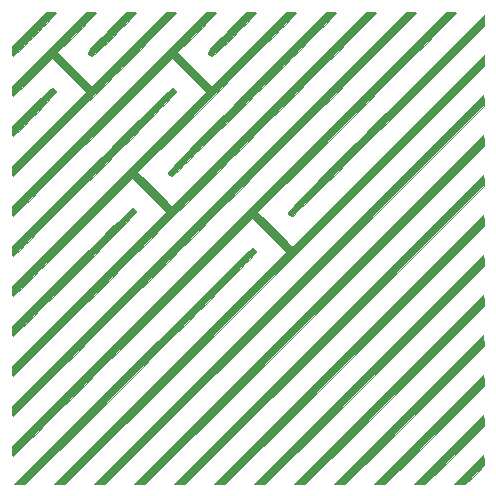
<source format=gbr>
G04 #@! TF.GenerationSoftware,KiCad,Pcbnew,(5.1.4)-1*
G04 #@! TF.CreationDate,2019-10-10T18:52:02+02:00*
G04 #@! TF.ProjectId,SideRight,53696465-5269-4676-9874-2e6b69636164,rev?*
G04 #@! TF.SameCoordinates,Original*
G04 #@! TF.FileFunction,Legend,Top*
G04 #@! TF.FilePolarity,Positive*
%FSLAX46Y46*%
G04 Gerber Fmt 4.6, Leading zero omitted, Abs format (unit mm)*
G04 Created by KiCad (PCBNEW (5.1.4)-1) date 2019-10-10 18:52:02*
%MOMM*%
%LPD*%
G04 APERTURE LIST*
%ADD10C,0.010000*%
G04 APERTURE END LIST*
D10*
G36*
X195510193Y-75030821D02*
G01*
X195654807Y-75061736D01*
X195677333Y-75082905D01*
X195618881Y-75166587D01*
X195455673Y-75348789D01*
X195205932Y-75611624D01*
X194887882Y-75937207D01*
X194519746Y-76307654D01*
X194119747Y-76705078D01*
X193706109Y-77111595D01*
X193297054Y-77509320D01*
X192910807Y-77880366D01*
X192565590Y-78206850D01*
X192279627Y-78470885D01*
X192071140Y-78654586D01*
X191958354Y-78740069D01*
X191947045Y-78744000D01*
X191774125Y-78687769D01*
X191714933Y-78642400D01*
X191624054Y-78478335D01*
X191613333Y-78408752D01*
X191671176Y-78316162D01*
X191834319Y-78121813D01*
X192087184Y-77842529D01*
X192414193Y-77495134D01*
X192799767Y-77096452D01*
X193228328Y-76663309D01*
X193243961Y-76647686D01*
X194874588Y-75018667D01*
X195275961Y-75018667D01*
X195510193Y-75030821D01*
X195510193Y-75030821D01*
G37*
X195510193Y-75030821D02*
X195654807Y-75061736D01*
X195677333Y-75082905D01*
X195618881Y-75166587D01*
X195455673Y-75348789D01*
X195205932Y-75611624D01*
X194887882Y-75937207D01*
X194519746Y-76307654D01*
X194119747Y-76705078D01*
X193706109Y-77111595D01*
X193297054Y-77509320D01*
X192910807Y-77880366D01*
X192565590Y-78206850D01*
X192279627Y-78470885D01*
X192071140Y-78654586D01*
X191958354Y-78740069D01*
X191947045Y-78744000D01*
X191774125Y-78687769D01*
X191714933Y-78642400D01*
X191624054Y-78478335D01*
X191613333Y-78408752D01*
X191671176Y-78316162D01*
X191834319Y-78121813D01*
X192087184Y-77842529D01*
X192414193Y-77495134D01*
X192799767Y-77096452D01*
X193228328Y-76663309D01*
X193243961Y-76647686D01*
X194874588Y-75018667D01*
X195275961Y-75018667D01*
X195510193Y-75030821D01*
G36*
X185350193Y-75030821D02*
G01*
X185494807Y-75061736D01*
X185517333Y-75082905D01*
X185458881Y-75166587D01*
X185295673Y-75348789D01*
X185045932Y-75611624D01*
X184727882Y-75937207D01*
X184359746Y-76307654D01*
X183959747Y-76705078D01*
X183546109Y-77111595D01*
X183137054Y-77509320D01*
X182750807Y-77880366D01*
X182405590Y-78206850D01*
X182119627Y-78470885D01*
X181911140Y-78654586D01*
X181798354Y-78740069D01*
X181787045Y-78744000D01*
X181614125Y-78687769D01*
X181554933Y-78642400D01*
X181464054Y-78478335D01*
X181453333Y-78408752D01*
X181511176Y-78316162D01*
X181674319Y-78121813D01*
X181927184Y-77842529D01*
X182254193Y-77495134D01*
X182639767Y-77096452D01*
X183068328Y-76663309D01*
X183083961Y-76647686D01*
X184714588Y-75018667D01*
X185115961Y-75018667D01*
X185350193Y-75030821D01*
X185350193Y-75030821D01*
G37*
X185350193Y-75030821D02*
X185494807Y-75061736D01*
X185517333Y-75082905D01*
X185458881Y-75166587D01*
X185295673Y-75348789D01*
X185045932Y-75611624D01*
X184727882Y-75937207D01*
X184359746Y-76307654D01*
X183959747Y-76705078D01*
X183546109Y-77111595D01*
X183137054Y-77509320D01*
X182750807Y-77880366D01*
X182405590Y-78206850D01*
X182119627Y-78470885D01*
X181911140Y-78654586D01*
X181798354Y-78740069D01*
X181787045Y-78744000D01*
X181614125Y-78687769D01*
X181554933Y-78642400D01*
X181464054Y-78478335D01*
X181453333Y-78408752D01*
X181511176Y-78316162D01*
X181674319Y-78121813D01*
X181927184Y-77842529D01*
X182254193Y-77495134D01*
X182639767Y-77096452D01*
X183068328Y-76663309D01*
X183083961Y-76647686D01*
X184714588Y-75018667D01*
X185115961Y-75018667D01*
X185350193Y-75030821D01*
G36*
X178576918Y-75030824D02*
G01*
X178721497Y-75061744D01*
X178744000Y-75082905D01*
X178686420Y-75157756D01*
X178525671Y-75332925D01*
X178279743Y-75590431D01*
X177966624Y-75912292D01*
X177604303Y-76280528D01*
X177210767Y-76677156D01*
X176804007Y-77084196D01*
X176402009Y-77483666D01*
X176022764Y-77857584D01*
X175684259Y-78187969D01*
X175404482Y-78456840D01*
X175201424Y-78646216D01*
X175093071Y-78738114D01*
X175081445Y-78744000D01*
X175044874Y-78668035D01*
X175022244Y-78474742D01*
X175018667Y-78340926D01*
X175018667Y-77937852D01*
X176480049Y-76478259D01*
X177941431Y-75018667D01*
X178342716Y-75018667D01*
X178576918Y-75030824D01*
X178576918Y-75030824D01*
G37*
X178576918Y-75030824D02*
X178721497Y-75061744D01*
X178744000Y-75082905D01*
X178686420Y-75157756D01*
X178525671Y-75332925D01*
X178279743Y-75590431D01*
X177966624Y-75912292D01*
X177604303Y-76280528D01*
X177210767Y-76677156D01*
X176804007Y-77084196D01*
X176402009Y-77483666D01*
X176022764Y-77857584D01*
X175684259Y-78187969D01*
X175404482Y-78456840D01*
X175201424Y-78646216D01*
X175093071Y-78738114D01*
X175081445Y-78744000D01*
X175044874Y-78668035D01*
X175022244Y-78474742D01*
X175018667Y-78340926D01*
X175018667Y-77937852D01*
X176480049Y-76478259D01*
X177941431Y-75018667D01*
X178342716Y-75018667D01*
X178576918Y-75030824D01*
G36*
X178605270Y-81526532D02*
G01*
X178729417Y-81700288D01*
X178744000Y-81788505D01*
X178686608Y-81873740D01*
X178526360Y-82059317D01*
X178281150Y-82327021D01*
X177968870Y-82658634D01*
X177607413Y-83035941D01*
X177214672Y-83440723D01*
X176808540Y-83854765D01*
X176406910Y-84259850D01*
X176027675Y-84637761D01*
X175688728Y-84970282D01*
X175407961Y-85239195D01*
X175203268Y-85426285D01*
X175092541Y-85513334D01*
X175081445Y-85517333D01*
X175044870Y-85441369D01*
X175022241Y-85248083D01*
X175018667Y-85114352D01*
X175018667Y-84711371D01*
X176649294Y-83082352D01*
X177083687Y-82653010D01*
X177484067Y-82266061D01*
X177833613Y-81937066D01*
X178115502Y-81681585D01*
X178312913Y-81515179D01*
X178409024Y-81453409D01*
X178410361Y-81453333D01*
X178605270Y-81526532D01*
X178605270Y-81526532D01*
G37*
X178605270Y-81526532D02*
X178729417Y-81700288D01*
X178744000Y-81788505D01*
X178686608Y-81873740D01*
X178526360Y-82059317D01*
X178281150Y-82327021D01*
X177968870Y-82658634D01*
X177607413Y-83035941D01*
X177214672Y-83440723D01*
X176808540Y-83854765D01*
X176406910Y-84259850D01*
X176027675Y-84637761D01*
X175688728Y-84970282D01*
X175407961Y-85239195D01*
X175203268Y-85426285D01*
X175092541Y-85513334D01*
X175081445Y-85517333D01*
X175044870Y-85441369D01*
X175022241Y-85248083D01*
X175018667Y-85114352D01*
X175018667Y-84711371D01*
X176649294Y-83082352D01*
X177083687Y-82653010D01*
X177484067Y-82266061D01*
X177833613Y-81937066D01*
X178115502Y-81681585D01*
X178312913Y-81515179D01*
X178409024Y-81453409D01*
X178410361Y-81453333D01*
X178605270Y-81526532D01*
G36*
X202282868Y-75030690D02*
G01*
X202427881Y-75061280D01*
X202450667Y-75082361D01*
X202391903Y-75154831D01*
X202221727Y-75337054D01*
X201949313Y-75619902D01*
X201583834Y-75994246D01*
X201134463Y-76450958D01*
X200610375Y-76980910D01*
X200020742Y-77574973D01*
X199374738Y-78224018D01*
X198681537Y-78918916D01*
X197950312Y-79650541D01*
X197190237Y-80409762D01*
X196410485Y-81187451D01*
X195620229Y-81974481D01*
X194828644Y-82761721D01*
X194044902Y-83540045D01*
X193278177Y-84300322D01*
X192537643Y-85033426D01*
X191832473Y-85730226D01*
X191171841Y-86381596D01*
X190564920Y-86978406D01*
X190020884Y-87511527D01*
X189548906Y-87971832D01*
X189158159Y-88350191D01*
X188857818Y-88637476D01*
X188657056Y-88824559D01*
X188565045Y-88902311D01*
X188560906Y-88904000D01*
X188387469Y-88847742D01*
X188328267Y-88802400D01*
X188237413Y-88638990D01*
X188226667Y-88569765D01*
X188285397Y-88493720D01*
X188456526Y-88305939D01*
X188732456Y-88014168D01*
X189105594Y-87626149D01*
X189568342Y-87149629D01*
X190113106Y-86592351D01*
X190732289Y-85962059D01*
X191418297Y-85266497D01*
X192163534Y-84513411D01*
X192960405Y-83710545D01*
X193801313Y-82865642D01*
X194678663Y-81986447D01*
X194936300Y-81728698D01*
X201645934Y-75018667D01*
X202048300Y-75018667D01*
X202282868Y-75030690D01*
X202282868Y-75030690D01*
G37*
X202282868Y-75030690D02*
X202427881Y-75061280D01*
X202450667Y-75082361D01*
X202391903Y-75154831D01*
X202221727Y-75337054D01*
X201949313Y-75619902D01*
X201583834Y-75994246D01*
X201134463Y-76450958D01*
X200610375Y-76980910D01*
X200020742Y-77574973D01*
X199374738Y-78224018D01*
X198681537Y-78918916D01*
X197950312Y-79650541D01*
X197190237Y-80409762D01*
X196410485Y-81187451D01*
X195620229Y-81974481D01*
X194828644Y-82761721D01*
X194044902Y-83540045D01*
X193278177Y-84300322D01*
X192537643Y-85033426D01*
X191832473Y-85730226D01*
X191171841Y-86381596D01*
X190564920Y-86978406D01*
X190020884Y-87511527D01*
X189548906Y-87971832D01*
X189158159Y-88350191D01*
X188857818Y-88637476D01*
X188657056Y-88824559D01*
X188565045Y-88902311D01*
X188560906Y-88904000D01*
X188387469Y-88847742D01*
X188328267Y-88802400D01*
X188237413Y-88638990D01*
X188226667Y-88569765D01*
X188285397Y-88493720D01*
X188456526Y-88305939D01*
X188732456Y-88014168D01*
X189105594Y-87626149D01*
X189568342Y-87149629D01*
X190113106Y-86592351D01*
X190732289Y-85962059D01*
X191418297Y-85266497D01*
X192163534Y-84513411D01*
X192960405Y-83710545D01*
X193801313Y-82865642D01*
X194678663Y-81986447D01*
X194936300Y-81728698D01*
X201645934Y-75018667D01*
X202048300Y-75018667D01*
X202282868Y-75030690D01*
G36*
X181963280Y-75030521D02*
G01*
X182108045Y-75060675D01*
X182130667Y-75081372D01*
X182073147Y-75155438D01*
X181910888Y-75332723D01*
X181659343Y-75597166D01*
X181333963Y-75932704D01*
X180950200Y-76323276D01*
X180523506Y-76752820D01*
X180501394Y-76774960D01*
X178872121Y-78405841D01*
X181791883Y-81325603D01*
X184946193Y-78172135D01*
X188100502Y-75018667D01*
X188502251Y-75018667D01*
X188736611Y-75030708D01*
X188881376Y-75061337D01*
X188904000Y-75082361D01*
X188845473Y-75150031D01*
X188675986Y-75327932D01*
X188404680Y-75606923D01*
X188040695Y-75977865D01*
X187593172Y-76431616D01*
X187071253Y-76959036D01*
X186484077Y-77550985D01*
X185840785Y-78198323D01*
X185150518Y-78891908D01*
X184422418Y-79622601D01*
X183665624Y-80381260D01*
X182889277Y-81158746D01*
X182102518Y-81945917D01*
X181314489Y-82733634D01*
X180534328Y-83512756D01*
X179771178Y-84274142D01*
X179034180Y-85008652D01*
X178332472Y-85707146D01*
X177675198Y-86360482D01*
X177071496Y-86959521D01*
X176530509Y-87495122D01*
X176061376Y-87958145D01*
X175673239Y-88339448D01*
X175375238Y-88629892D01*
X175176514Y-88820336D01*
X175086208Y-88901640D01*
X175081973Y-88904000D01*
X175045043Y-88828050D01*
X175022231Y-88634859D01*
X175018667Y-88502251D01*
X175018667Y-88100502D01*
X178172135Y-84946193D01*
X181325603Y-81791883D01*
X178405841Y-78872121D01*
X176774960Y-80501394D01*
X176343894Y-80929823D01*
X175950999Y-81316091D01*
X175612338Y-81644747D01*
X175343972Y-81900338D01*
X175161963Y-82067412D01*
X175082372Y-82130518D01*
X175081372Y-82130667D01*
X175044825Y-82054706D01*
X175022224Y-81861450D01*
X175018667Y-81728076D01*
X175018667Y-81325486D01*
X178172918Y-78172076D01*
X181327169Y-75018667D01*
X181728918Y-75018667D01*
X181963280Y-75030521D01*
X181963280Y-75030521D01*
G37*
X181963280Y-75030521D02*
X182108045Y-75060675D01*
X182130667Y-75081372D01*
X182073147Y-75155438D01*
X181910888Y-75332723D01*
X181659343Y-75597166D01*
X181333963Y-75932704D01*
X180950200Y-76323276D01*
X180523506Y-76752820D01*
X180501394Y-76774960D01*
X178872121Y-78405841D01*
X181791883Y-81325603D01*
X184946193Y-78172135D01*
X188100502Y-75018667D01*
X188502251Y-75018667D01*
X188736611Y-75030708D01*
X188881376Y-75061337D01*
X188904000Y-75082361D01*
X188845473Y-75150031D01*
X188675986Y-75327932D01*
X188404680Y-75606923D01*
X188040695Y-75977865D01*
X187593172Y-76431616D01*
X187071253Y-76959036D01*
X186484077Y-77550985D01*
X185840785Y-78198323D01*
X185150518Y-78891908D01*
X184422418Y-79622601D01*
X183665624Y-80381260D01*
X182889277Y-81158746D01*
X182102518Y-81945917D01*
X181314489Y-82733634D01*
X180534328Y-83512756D01*
X179771178Y-84274142D01*
X179034180Y-85008652D01*
X178332472Y-85707146D01*
X177675198Y-86360482D01*
X177071496Y-86959521D01*
X176530509Y-87495122D01*
X176061376Y-87958145D01*
X175673239Y-88339448D01*
X175375238Y-88629892D01*
X175176514Y-88820336D01*
X175086208Y-88901640D01*
X175081973Y-88904000D01*
X175045043Y-88828050D01*
X175022231Y-88634859D01*
X175018667Y-88502251D01*
X175018667Y-88100502D01*
X178172135Y-84946193D01*
X181325603Y-81791883D01*
X178405841Y-78872121D01*
X176774960Y-80501394D01*
X176343894Y-80929823D01*
X175950999Y-81316091D01*
X175612338Y-81644747D01*
X175343972Y-81900338D01*
X175161963Y-82067412D01*
X175082372Y-82130518D01*
X175081372Y-82130667D01*
X175044825Y-82054706D01*
X175022224Y-81861450D01*
X175018667Y-81728076D01*
X175018667Y-81325486D01*
X178172918Y-78172076D01*
X181327169Y-75018667D01*
X181728918Y-75018667D01*
X181963280Y-75030521D01*
G36*
X214981333Y-76161999D02*
G01*
X206916668Y-84226333D01*
X205942539Y-85199466D01*
X205000154Y-86139019D01*
X204096552Y-87038067D01*
X203238769Y-87889685D01*
X202433843Y-88686950D01*
X201688811Y-89422935D01*
X201010712Y-90090718D01*
X200406581Y-90683373D01*
X199883457Y-91193975D01*
X199448376Y-91615601D01*
X199108378Y-91941325D01*
X198870498Y-92164223D01*
X198741774Y-92277370D01*
X198720934Y-92290667D01*
X198547470Y-92234407D01*
X198488267Y-92189067D01*
X198397404Y-92025424D01*
X198386667Y-91956071D01*
X198445504Y-91881601D01*
X198617464Y-91694543D01*
X198895722Y-91401830D01*
X199273449Y-91010397D01*
X199743820Y-90527179D01*
X200300008Y-89959110D01*
X200935186Y-89313125D01*
X201642528Y-88596157D01*
X202415208Y-87815142D01*
X203246397Y-86977013D01*
X204129271Y-86088706D01*
X205057002Y-85157154D01*
X206022764Y-84189293D01*
X206684000Y-83527667D01*
X214981333Y-75230657D01*
X214981333Y-76161999D01*
X214981333Y-76161999D01*
G37*
X214981333Y-76161999D02*
X206916668Y-84226333D01*
X205942539Y-85199466D01*
X205000154Y-86139019D01*
X204096552Y-87038067D01*
X203238769Y-87889685D01*
X202433843Y-88686950D01*
X201688811Y-89422935D01*
X201010712Y-90090718D01*
X200406581Y-90683373D01*
X199883457Y-91193975D01*
X199448376Y-91615601D01*
X199108378Y-91941325D01*
X198870498Y-92164223D01*
X198741774Y-92277370D01*
X198720934Y-92290667D01*
X198547470Y-92234407D01*
X198488267Y-92189067D01*
X198397404Y-92025424D01*
X198386667Y-91956071D01*
X198445504Y-91881601D01*
X198617464Y-91694543D01*
X198895722Y-91401830D01*
X199273449Y-91010397D01*
X199743820Y-90527179D01*
X200300008Y-89959110D01*
X200935186Y-89313125D01*
X201642528Y-88596157D01*
X202415208Y-87815142D01*
X203246397Y-86977013D01*
X204129271Y-86088706D01*
X205057002Y-85157154D01*
X206022764Y-84189293D01*
X206684000Y-83527667D01*
X214981333Y-75230657D01*
X214981333Y-76161999D01*
G36*
X188765181Y-81526525D02*
G01*
X188889508Y-81700231D01*
X188904000Y-81787961D01*
X188845523Y-81860786D01*
X188676177Y-82043902D01*
X188405091Y-82328136D01*
X188041394Y-82704315D01*
X187594215Y-83163266D01*
X187072682Y-83695815D01*
X186485924Y-84292789D01*
X185843070Y-84945015D01*
X185153250Y-85643319D01*
X184425590Y-86378529D01*
X183669221Y-87141471D01*
X182893271Y-87922972D01*
X182106869Y-88713858D01*
X181319144Y-89504957D01*
X180539224Y-90287095D01*
X179776238Y-91051098D01*
X179039315Y-91787794D01*
X178337584Y-92488009D01*
X177680174Y-93142571D01*
X177076212Y-93742305D01*
X176534829Y-94278039D01*
X176065153Y-94740599D01*
X175676312Y-95120812D01*
X175377436Y-95409505D01*
X175177653Y-95597504D01*
X175086092Y-95675637D01*
X175081973Y-95677333D01*
X175045067Y-95601376D01*
X175022251Y-95408139D01*
X175018667Y-95274967D01*
X175018667Y-94872600D01*
X181728698Y-88162967D01*
X182616310Y-87276555D01*
X183471854Y-86424403D01*
X184287586Y-85614108D01*
X185055762Y-84853265D01*
X185768636Y-84149469D01*
X186418466Y-83510316D01*
X186997507Y-82943401D01*
X187498013Y-82456321D01*
X187912241Y-82056670D01*
X188232447Y-81752045D01*
X188450887Y-81550040D01*
X188559815Y-81458252D01*
X188569765Y-81453333D01*
X188765181Y-81526525D01*
X188765181Y-81526525D01*
G37*
X188765181Y-81526525D02*
X188889508Y-81700231D01*
X188904000Y-81787961D01*
X188845523Y-81860786D01*
X188676177Y-82043902D01*
X188405091Y-82328136D01*
X188041394Y-82704315D01*
X187594215Y-83163266D01*
X187072682Y-83695815D01*
X186485924Y-84292789D01*
X185843070Y-84945015D01*
X185153250Y-85643319D01*
X184425590Y-86378529D01*
X183669221Y-87141471D01*
X182893271Y-87922972D01*
X182106869Y-88713858D01*
X181319144Y-89504957D01*
X180539224Y-90287095D01*
X179776238Y-91051098D01*
X179039315Y-91787794D01*
X178337584Y-92488009D01*
X177680174Y-93142571D01*
X177076212Y-93742305D01*
X176534829Y-94278039D01*
X176065153Y-94740599D01*
X175676312Y-95120812D01*
X175377436Y-95409505D01*
X175177653Y-95597504D01*
X175086092Y-95675637D01*
X175081973Y-95677333D01*
X175045067Y-95601376D01*
X175022251Y-95408139D01*
X175018667Y-95274967D01*
X175018667Y-94872600D01*
X181728698Y-88162967D01*
X182616310Y-87276555D01*
X183471854Y-86424403D01*
X184287586Y-85614108D01*
X185055762Y-84853265D01*
X185768636Y-84149469D01*
X186418466Y-83510316D01*
X186997507Y-82943401D01*
X187498013Y-82456321D01*
X187912241Y-82056670D01*
X188232447Y-81752045D01*
X188450887Y-81550040D01*
X188559815Y-81458252D01*
X188569765Y-81453333D01*
X188765181Y-81526525D01*
G36*
X185378524Y-91686526D02*
G01*
X185502831Y-91860239D01*
X185517333Y-91948025D01*
X185459044Y-92022813D01*
X185291190Y-92206387D01*
X185024286Y-92488161D01*
X184668851Y-92857551D01*
X184235401Y-93303972D01*
X183734453Y-93816838D01*
X183176526Y-94385565D01*
X182572135Y-94999568D01*
X181931798Y-95648263D01*
X181266033Y-96321063D01*
X180585356Y-97007385D01*
X179900284Y-97696643D01*
X179221335Y-98378253D01*
X178559025Y-99041629D01*
X177923873Y-99676187D01*
X177326394Y-100271341D01*
X176777107Y-100816508D01*
X176286528Y-101301102D01*
X175865175Y-101714538D01*
X175523565Y-102046231D01*
X175272214Y-102285596D01*
X175121640Y-102422049D01*
X175081910Y-102450667D01*
X175045044Y-102374709D01*
X175022250Y-102181466D01*
X175018667Y-102048233D01*
X175018667Y-101645800D01*
X180035431Y-96629566D01*
X180801567Y-95865041D01*
X181535126Y-95135994D01*
X182227085Y-94451218D01*
X182868419Y-93819508D01*
X183450103Y-93249658D01*
X183963114Y-92750461D01*
X184398426Y-92330712D01*
X184747015Y-91999204D01*
X184999857Y-91764731D01*
X185147928Y-91636088D01*
X185183164Y-91613333D01*
X185378524Y-91686526D01*
X185378524Y-91686526D01*
G37*
X185378524Y-91686526D02*
X185502831Y-91860239D01*
X185517333Y-91948025D01*
X185459044Y-92022813D01*
X185291190Y-92206387D01*
X185024286Y-92488161D01*
X184668851Y-92857551D01*
X184235401Y-93303972D01*
X183734453Y-93816838D01*
X183176526Y-94385565D01*
X182572135Y-94999568D01*
X181931798Y-95648263D01*
X181266033Y-96321063D01*
X180585356Y-97007385D01*
X179900284Y-97696643D01*
X179221335Y-98378253D01*
X178559025Y-99041629D01*
X177923873Y-99676187D01*
X177326394Y-100271341D01*
X176777107Y-100816508D01*
X176286528Y-101301102D01*
X175865175Y-101714538D01*
X175523565Y-102046231D01*
X175272214Y-102285596D01*
X175121640Y-102422049D01*
X175081910Y-102450667D01*
X175045044Y-102374709D01*
X175022250Y-102181466D01*
X175018667Y-102048233D01*
X175018667Y-101645800D01*
X180035431Y-96629566D01*
X180801567Y-95865041D01*
X181535126Y-95135994D01*
X182227085Y-94451218D01*
X182868419Y-93819508D01*
X183450103Y-93249658D01*
X183963114Y-92750461D01*
X184398426Y-92330712D01*
X184747015Y-91999204D01*
X184999857Y-91764731D01*
X185147928Y-91636088D01*
X185183164Y-91613333D01*
X185378524Y-91686526D01*
G36*
X192123110Y-75030514D02*
G01*
X192267978Y-75060652D01*
X192290667Y-75081372D01*
X192233147Y-75155438D01*
X192070888Y-75332723D01*
X191819343Y-75597166D01*
X191493963Y-75932704D01*
X191110200Y-76323276D01*
X190683506Y-76752820D01*
X190661394Y-76774960D01*
X189032121Y-78405841D01*
X191951883Y-81325603D01*
X195106193Y-78172135D01*
X198260502Y-75018667D01*
X198662251Y-75018667D01*
X198896612Y-75030634D01*
X199041377Y-75061074D01*
X199064000Y-75081968D01*
X199005334Y-75148995D01*
X198834393Y-75327982D01*
X198558758Y-75611274D01*
X198186013Y-75991217D01*
X197723741Y-76460154D01*
X197179523Y-77010432D01*
X196560944Y-77634396D01*
X195875586Y-78324391D01*
X195131032Y-79072762D01*
X194334864Y-79871854D01*
X193494666Y-80714013D01*
X192618020Y-81591583D01*
X192354420Y-81855248D01*
X185644840Y-88565226D01*
X187105158Y-90025545D01*
X188565477Y-91485864D01*
X196799400Y-83252265D01*
X205033324Y-75018667D01*
X205435328Y-75018667D01*
X205669775Y-75030680D01*
X205814643Y-75061241D01*
X205837333Y-75082254D01*
X205778402Y-75147380D01*
X205605685Y-75325968D01*
X205325293Y-75611905D01*
X204943339Y-75999079D01*
X204465936Y-76481377D01*
X203899196Y-77052687D01*
X203249232Y-77706896D01*
X202522156Y-78437891D01*
X201724081Y-79239561D01*
X200861118Y-80105793D01*
X199939382Y-81030475D01*
X198964984Y-82007493D01*
X197944036Y-83030736D01*
X196882651Y-84094091D01*
X195786942Y-85191445D01*
X194663021Y-86316687D01*
X193517001Y-87463703D01*
X192354994Y-88626382D01*
X191183113Y-89798610D01*
X190007469Y-90974276D01*
X188834176Y-92147266D01*
X187669346Y-93311469D01*
X186519092Y-94460772D01*
X185389526Y-95589062D01*
X184286760Y-96690228D01*
X183216908Y-97758155D01*
X182186081Y-98786734D01*
X181200391Y-99769849D01*
X180265953Y-100701390D01*
X179388877Y-101575244D01*
X178575277Y-102385298D01*
X177831265Y-103125439D01*
X177162954Y-103789556D01*
X176576455Y-104371536D01*
X176077882Y-104865267D01*
X175673347Y-105264635D01*
X175368962Y-105563529D01*
X175170840Y-105755836D01*
X175085094Y-105835444D01*
X175082079Y-105837333D01*
X175045096Y-105761381D01*
X175022244Y-105568174D01*
X175018667Y-105435370D01*
X175018667Y-105033407D01*
X181558911Y-98492754D01*
X188099155Y-91952102D01*
X186638891Y-90491838D01*
X185178627Y-89031573D01*
X180161882Y-94047787D01*
X179397101Y-94811749D01*
X178666341Y-95540294D01*
X177978488Y-96224646D01*
X177342427Y-96856032D01*
X176767045Y-97425677D01*
X176261226Y-97924807D01*
X175833857Y-98344648D01*
X175493823Y-98676427D01*
X175250010Y-98911368D01*
X175111304Y-99040698D01*
X175081902Y-99064000D01*
X175045023Y-98988047D01*
X175022236Y-98794837D01*
X175018667Y-98661995D01*
X175018667Y-98259990D01*
X183252265Y-90026067D01*
X191485864Y-81792144D01*
X188565226Y-78871506D01*
X181855248Y-85581086D01*
X180968721Y-86467007D01*
X180115356Y-87318709D01*
X179302806Y-88128611D01*
X178538726Y-88889128D01*
X177830772Y-89592680D01*
X177186598Y-90231681D01*
X176613859Y-90798551D01*
X176120209Y-91285706D01*
X175713304Y-91685562D01*
X175400799Y-91990538D01*
X175190347Y-92193051D01*
X175089605Y-92285517D01*
X175081968Y-92290667D01*
X175045064Y-92214710D01*
X175022250Y-92021475D01*
X175018667Y-91888337D01*
X175018667Y-91486008D01*
X183252662Y-83252337D01*
X191486657Y-75018667D01*
X191888662Y-75018667D01*
X192123110Y-75030514D01*
X192123110Y-75030514D01*
G37*
X192123110Y-75030514D02*
X192267978Y-75060652D01*
X192290667Y-75081372D01*
X192233147Y-75155438D01*
X192070888Y-75332723D01*
X191819343Y-75597166D01*
X191493963Y-75932704D01*
X191110200Y-76323276D01*
X190683506Y-76752820D01*
X190661394Y-76774960D01*
X189032121Y-78405841D01*
X191951883Y-81325603D01*
X195106193Y-78172135D01*
X198260502Y-75018667D01*
X198662251Y-75018667D01*
X198896612Y-75030634D01*
X199041377Y-75061074D01*
X199064000Y-75081968D01*
X199005334Y-75148995D01*
X198834393Y-75327982D01*
X198558758Y-75611274D01*
X198186013Y-75991217D01*
X197723741Y-76460154D01*
X197179523Y-77010432D01*
X196560944Y-77634396D01*
X195875586Y-78324391D01*
X195131032Y-79072762D01*
X194334864Y-79871854D01*
X193494666Y-80714013D01*
X192618020Y-81591583D01*
X192354420Y-81855248D01*
X185644840Y-88565226D01*
X187105158Y-90025545D01*
X188565477Y-91485864D01*
X196799400Y-83252265D01*
X205033324Y-75018667D01*
X205435328Y-75018667D01*
X205669775Y-75030680D01*
X205814643Y-75061241D01*
X205837333Y-75082254D01*
X205778402Y-75147380D01*
X205605685Y-75325968D01*
X205325293Y-75611905D01*
X204943339Y-75999079D01*
X204465936Y-76481377D01*
X203899196Y-77052687D01*
X203249232Y-77706896D01*
X202522156Y-78437891D01*
X201724081Y-79239561D01*
X200861118Y-80105793D01*
X199939382Y-81030475D01*
X198964984Y-82007493D01*
X197944036Y-83030736D01*
X196882651Y-84094091D01*
X195786942Y-85191445D01*
X194663021Y-86316687D01*
X193517001Y-87463703D01*
X192354994Y-88626382D01*
X191183113Y-89798610D01*
X190007469Y-90974276D01*
X188834176Y-92147266D01*
X187669346Y-93311469D01*
X186519092Y-94460772D01*
X185389526Y-95589062D01*
X184286760Y-96690228D01*
X183216908Y-97758155D01*
X182186081Y-98786734D01*
X181200391Y-99769849D01*
X180265953Y-100701390D01*
X179388877Y-101575244D01*
X178575277Y-102385298D01*
X177831265Y-103125439D01*
X177162954Y-103789556D01*
X176576455Y-104371536D01*
X176077882Y-104865267D01*
X175673347Y-105264635D01*
X175368962Y-105563529D01*
X175170840Y-105755836D01*
X175085094Y-105835444D01*
X175082079Y-105837333D01*
X175045096Y-105761381D01*
X175022244Y-105568174D01*
X175018667Y-105435370D01*
X175018667Y-105033407D01*
X181558911Y-98492754D01*
X188099155Y-91952102D01*
X186638891Y-90491838D01*
X185178627Y-89031573D01*
X180161882Y-94047787D01*
X179397101Y-94811749D01*
X178666341Y-95540294D01*
X177978488Y-96224646D01*
X177342427Y-96856032D01*
X176767045Y-97425677D01*
X176261226Y-97924807D01*
X175833857Y-98344648D01*
X175493823Y-98676427D01*
X175250010Y-98911368D01*
X175111304Y-99040698D01*
X175081902Y-99064000D01*
X175045023Y-98988047D01*
X175022236Y-98794837D01*
X175018667Y-98661995D01*
X175018667Y-98259990D01*
X183252265Y-90026067D01*
X191485864Y-81792144D01*
X188565226Y-78871506D01*
X181855248Y-85581086D01*
X180968721Y-86467007D01*
X180115356Y-87318709D01*
X179302806Y-88128611D01*
X178538726Y-88889128D01*
X177830772Y-89592680D01*
X177186598Y-90231681D01*
X176613859Y-90798551D01*
X176120209Y-91285706D01*
X175713304Y-91685562D01*
X175400799Y-91990538D01*
X175190347Y-92193051D01*
X175089605Y-92285517D01*
X175081968Y-92290667D01*
X175045064Y-92214710D01*
X175022250Y-92021475D01*
X175018667Y-91888337D01*
X175018667Y-91486008D01*
X183252662Y-83252337D01*
X191486657Y-75018667D01*
X191888662Y-75018667D01*
X192123110Y-75030514D01*
G36*
X209056387Y-75030676D02*
G01*
X209201288Y-75061228D01*
X209224000Y-75082245D01*
X209165025Y-75147107D01*
X208991967Y-75325759D01*
X208710627Y-75612401D01*
X208326805Y-76001232D01*
X207846300Y-76486453D01*
X207274913Y-77062263D01*
X206618445Y-77722861D01*
X205882696Y-78462449D01*
X205073465Y-79275225D01*
X204196554Y-80155389D01*
X203257762Y-81097142D01*
X202262889Y-82094682D01*
X201217736Y-83142210D01*
X200128104Y-84233925D01*
X198999792Y-85364027D01*
X197838600Y-86526717D01*
X196650329Y-87716193D01*
X195440780Y-88926656D01*
X194215751Y-90152305D01*
X192981045Y-91387341D01*
X191742460Y-92625962D01*
X190505797Y-93862369D01*
X189276856Y-95090761D01*
X188061438Y-96305338D01*
X186865343Y-97500301D01*
X185694371Y-98669849D01*
X184554322Y-99808181D01*
X183450996Y-100909497D01*
X182390194Y-101967998D01*
X181377717Y-102977882D01*
X180419363Y-103933350D01*
X179520934Y-104828602D01*
X178688230Y-105657837D01*
X177927051Y-106415255D01*
X177243197Y-107095056D01*
X176642468Y-107691440D01*
X176130666Y-108198606D01*
X175713589Y-108610754D01*
X175397038Y-108922085D01*
X175186814Y-109126797D01*
X175088716Y-109219090D01*
X175082088Y-109224000D01*
X175045110Y-109148045D01*
X175022254Y-108954816D01*
X175018667Y-108821753D01*
X175018667Y-108419506D01*
X191719247Y-91719086D01*
X208419827Y-75018667D01*
X208821913Y-75018667D01*
X209056387Y-75030676D01*
X209056387Y-75030676D01*
G37*
X209056387Y-75030676D02*
X209201288Y-75061228D01*
X209224000Y-75082245D01*
X209165025Y-75147107D01*
X208991967Y-75325759D01*
X208710627Y-75612401D01*
X208326805Y-76001232D01*
X207846300Y-76486453D01*
X207274913Y-77062263D01*
X206618445Y-77722861D01*
X205882696Y-78462449D01*
X205073465Y-79275225D01*
X204196554Y-80155389D01*
X203257762Y-81097142D01*
X202262889Y-82094682D01*
X201217736Y-83142210D01*
X200128104Y-84233925D01*
X198999792Y-85364027D01*
X197838600Y-86526717D01*
X196650329Y-87716193D01*
X195440780Y-88926656D01*
X194215751Y-90152305D01*
X192981045Y-91387341D01*
X191742460Y-92625962D01*
X190505797Y-93862369D01*
X189276856Y-95090761D01*
X188061438Y-96305338D01*
X186865343Y-97500301D01*
X185694371Y-98669849D01*
X184554322Y-99808181D01*
X183450996Y-100909497D01*
X182390194Y-101967998D01*
X181377717Y-102977882D01*
X180419363Y-103933350D01*
X179520934Y-104828602D01*
X178688230Y-105657837D01*
X177927051Y-106415255D01*
X177243197Y-107095056D01*
X176642468Y-107691440D01*
X176130666Y-108198606D01*
X175713589Y-108610754D01*
X175397038Y-108922085D01*
X175186814Y-109126797D01*
X175088716Y-109219090D01*
X175082088Y-109224000D01*
X175045110Y-109148045D01*
X175022254Y-108954816D01*
X175018667Y-108821753D01*
X175018667Y-108419506D01*
X191719247Y-91719086D01*
X208419827Y-75018667D01*
X208821913Y-75018667D01*
X209056387Y-75030676D01*
G36*
X214965098Y-112962107D02*
G01*
X214991197Y-113401913D01*
X214204770Y-114191623D01*
X213418344Y-114981333D01*
X212485857Y-114981333D01*
X213712428Y-113751817D01*
X214939000Y-112522300D01*
X214965098Y-112962107D01*
X214965098Y-112962107D01*
G37*
X214965098Y-112962107D02*
X214991197Y-113401913D01*
X214204770Y-114191623D01*
X213418344Y-114981333D01*
X212485857Y-114981333D01*
X213712428Y-113751817D01*
X214939000Y-112522300D01*
X214965098Y-112962107D01*
G36*
X214965134Y-109577120D02*
G01*
X214991269Y-110017334D01*
X212510339Y-112499334D01*
X210029410Y-114981333D01*
X209097920Y-114981333D01*
X212018460Y-112059120D01*
X214939000Y-109136906D01*
X214965134Y-109577120D01*
X214965134Y-109577120D01*
G37*
X214965134Y-109577120D02*
X214991269Y-110017334D01*
X212510339Y-112499334D01*
X210029410Y-114981333D01*
X209097920Y-114981333D01*
X212018460Y-112059120D01*
X214939000Y-109136906D01*
X214965134Y-109577120D01*
G36*
X214965142Y-106190828D02*
G01*
X214991283Y-106631080D01*
X210816796Y-110806206D01*
X206642308Y-114981333D01*
X205710916Y-114981333D01*
X214939000Y-105750577D01*
X214965142Y-106190828D01*
X214965142Y-106190828D01*
G37*
X214965142Y-106190828D02*
X214991283Y-106631080D01*
X210816796Y-110806206D01*
X206642308Y-114981333D01*
X205710916Y-114981333D01*
X214939000Y-105750577D01*
X214965142Y-106190828D01*
G36*
X214991290Y-103244589D02*
G01*
X209123373Y-109112961D01*
X203255457Y-114981333D01*
X202324093Y-114981333D01*
X208631546Y-108672700D01*
X214939000Y-102364067D01*
X214991290Y-103244589D01*
X214991290Y-103244589D01*
G37*
X214991290Y-103244589D02*
X209123373Y-109112961D01*
X203255457Y-114981333D01*
X202324093Y-114981333D01*
X208631546Y-108672700D01*
X214939000Y-102364067D01*
X214991290Y-103244589D01*
G36*
X214965146Y-99417755D02*
G01*
X214991293Y-99858020D01*
X207429990Y-107419677D01*
X199868688Y-114981333D01*
X198937336Y-114981333D01*
X206938168Y-106979412D01*
X214939000Y-98977490D01*
X214965146Y-99417755D01*
X214965146Y-99417755D01*
G37*
X214965146Y-99417755D02*
X214991293Y-99858020D01*
X207429990Y-107419677D01*
X199868688Y-114981333D01*
X198937336Y-114981333D01*
X206938168Y-106979412D01*
X214939000Y-98977490D01*
X214965146Y-99417755D01*
G36*
X214965147Y-96031149D02*
G01*
X214991295Y-96471416D01*
X205736626Y-105726374D01*
X196481956Y-114981333D01*
X195550610Y-114981333D01*
X205244805Y-105286107D01*
X214939000Y-95590882D01*
X214965147Y-96031149D01*
X214965147Y-96031149D01*
G37*
X214965147Y-96031149D02*
X214991295Y-96471416D01*
X205736626Y-105726374D01*
X196481956Y-114981333D01*
X195550610Y-114981333D01*
X205244805Y-105286107D01*
X214939000Y-95590882D01*
X214965147Y-96031149D01*
G36*
X214965148Y-92644524D02*
G01*
X214991297Y-93084792D01*
X204043271Y-104033063D01*
X193095245Y-114981333D01*
X192163903Y-114981333D01*
X203551451Y-103592795D01*
X214939000Y-92204256D01*
X214965148Y-92644524D01*
X214965148Y-92644524D01*
G37*
X214965148Y-92644524D02*
X214991297Y-93084792D01*
X204043271Y-104033063D01*
X193095245Y-114981333D01*
X192163903Y-114981333D01*
X203551451Y-103592795D01*
X214939000Y-92204256D01*
X214965148Y-92644524D01*
G36*
X214965149Y-89257888D02*
G01*
X214991298Y-89698157D01*
X189708546Y-114981333D01*
X188777205Y-114981333D01*
X201858103Y-101899477D01*
X214939000Y-88817620D01*
X214965149Y-89257888D01*
X214965149Y-89257888D01*
G37*
X214965149Y-89257888D02*
X214991298Y-89698157D01*
X189708546Y-114981333D01*
X188777205Y-114981333D01*
X201858103Y-101899477D01*
X214939000Y-88817620D01*
X214965149Y-89257888D01*
G36*
X214965149Y-85871246D02*
G01*
X214991299Y-86311514D01*
X200656576Y-100646424D01*
X186321854Y-114981333D01*
X185390515Y-114981333D01*
X200164757Y-100206155D01*
X214939000Y-85430977D01*
X214965149Y-85871246D01*
X214965149Y-85871246D01*
G37*
X214965149Y-85871246D02*
X214991299Y-86311514D01*
X200656576Y-100646424D01*
X186321854Y-114981333D01*
X185390515Y-114981333D01*
X200164757Y-100206155D01*
X214939000Y-85430977D01*
X214965149Y-85871246D01*
G36*
X214965150Y-82484598D02*
G01*
X214991299Y-82924867D01*
X182935167Y-114981333D01*
X182003830Y-114981333D01*
X214939000Y-82044329D01*
X214965150Y-82484598D01*
X214965150Y-82484598D01*
G37*
X214965150Y-82484598D02*
X214991299Y-82924867D01*
X182935167Y-114981333D01*
X182003830Y-114981333D01*
X214939000Y-82044329D01*
X214965150Y-82484598D01*
G36*
X212443050Y-75030631D02*
G01*
X212587953Y-75061069D01*
X212610667Y-75082008D01*
X212551878Y-75148285D01*
X212380029Y-75327376D01*
X212101892Y-75612455D01*
X211724242Y-75996698D01*
X211253852Y-76473279D01*
X210697497Y-77035372D01*
X210061950Y-77676154D01*
X209353984Y-78388798D01*
X208580374Y-79166480D01*
X207747894Y-80002374D01*
X206863316Y-80889656D01*
X205933416Y-81821500D01*
X204964967Y-82791082D01*
X204207733Y-83548601D01*
X195804799Y-91951853D01*
X197265137Y-93412190D01*
X198725475Y-94872528D01*
X206853404Y-86744929D01*
X214981333Y-78617331D01*
X214981333Y-79548485D01*
X197264758Y-97264909D01*
X179548182Y-114981333D01*
X178617274Y-114981333D01*
X188438248Y-105160085D01*
X198259223Y-95338836D01*
X195338493Y-92418106D01*
X185241947Y-102514386D01*
X184151445Y-103604491D01*
X183093034Y-104661791D01*
X182072934Y-105680107D01*
X181097361Y-106653262D01*
X180172532Y-107575076D01*
X179304666Y-108439372D01*
X178499978Y-109239971D01*
X177764688Y-109970694D01*
X177105012Y-110625363D01*
X176527168Y-111197800D01*
X176037372Y-111681825D01*
X175641843Y-112071262D01*
X175346798Y-112359930D01*
X175158454Y-112541653D01*
X175083028Y-112610250D01*
X175082034Y-112610667D01*
X175045088Y-112534711D01*
X175022251Y-112341483D01*
X175018667Y-112208427D01*
X175018667Y-111806187D01*
X211806479Y-75018667D01*
X212208573Y-75018667D01*
X212443050Y-75030631D01*
X212443050Y-75030631D01*
G37*
X212443050Y-75030631D02*
X212587953Y-75061069D01*
X212610667Y-75082008D01*
X212551878Y-75148285D01*
X212380029Y-75327376D01*
X212101892Y-75612455D01*
X211724242Y-75996698D01*
X211253852Y-76473279D01*
X210697497Y-77035372D01*
X210061950Y-77676154D01*
X209353984Y-78388798D01*
X208580374Y-79166480D01*
X207747894Y-80002374D01*
X206863316Y-80889656D01*
X205933416Y-81821500D01*
X204964967Y-82791082D01*
X204207733Y-83548601D01*
X195804799Y-91951853D01*
X197265137Y-93412190D01*
X198725475Y-94872528D01*
X206853404Y-86744929D01*
X214981333Y-78617331D01*
X214981333Y-79548485D01*
X197264758Y-97264909D01*
X179548182Y-114981333D01*
X178617274Y-114981333D01*
X188438248Y-105160085D01*
X198259223Y-95338836D01*
X195338493Y-92418106D01*
X185241947Y-102514386D01*
X184151445Y-103604491D01*
X183093034Y-104661791D01*
X182072934Y-105680107D01*
X181097361Y-106653262D01*
X180172532Y-107575076D01*
X179304666Y-108439372D01*
X178499978Y-109239971D01*
X177764688Y-109970694D01*
X177105012Y-110625363D01*
X176527168Y-111197800D01*
X176037372Y-111681825D01*
X175641843Y-112071262D01*
X175346798Y-112359930D01*
X175158454Y-112541653D01*
X175083028Y-112610250D01*
X175082034Y-112610667D01*
X175045088Y-112534711D01*
X175022251Y-112341483D01*
X175018667Y-112208427D01*
X175018667Y-111806187D01*
X211806479Y-75018667D01*
X212208573Y-75018667D01*
X212443050Y-75030631D01*
G36*
X195538488Y-95073200D02*
G01*
X195662886Y-95246975D01*
X195677333Y-95334571D01*
X195618423Y-95407909D01*
X195445888Y-95594427D01*
X195166020Y-95887746D01*
X194785111Y-96281489D01*
X194309455Y-96769281D01*
X193745343Y-97344743D01*
X193099068Y-98001498D01*
X192376922Y-98733171D01*
X191585198Y-99533383D01*
X190730188Y-100395758D01*
X189818185Y-101313919D01*
X188855481Y-102281488D01*
X187848369Y-103292090D01*
X186803141Y-104339346D01*
X185919363Y-105223637D01*
X176161393Y-114981333D01*
X175230602Y-114981333D01*
X185221000Y-104990667D01*
X186306475Y-103905937D01*
X187360580Y-102854073D01*
X188377016Y-101841293D01*
X189349481Y-100873816D01*
X190271677Y-99957860D01*
X191137302Y-99099643D01*
X191940058Y-98305384D01*
X192673644Y-97581301D01*
X193331760Y-96933613D01*
X193908106Y-96368538D01*
X194396382Y-95892294D01*
X194790288Y-95511100D01*
X195083525Y-95231174D01*
X195269791Y-95058735D01*
X195342765Y-95000000D01*
X195538488Y-95073200D01*
X195538488Y-95073200D01*
G37*
X195538488Y-95073200D02*
X195662886Y-95246975D01*
X195677333Y-95334571D01*
X195618423Y-95407909D01*
X195445888Y-95594427D01*
X195166020Y-95887746D01*
X194785111Y-96281489D01*
X194309455Y-96769281D01*
X193745343Y-97344743D01*
X193099068Y-98001498D01*
X192376922Y-98733171D01*
X191585198Y-99533383D01*
X190730188Y-100395758D01*
X189818185Y-101313919D01*
X188855481Y-102281488D01*
X187848369Y-103292090D01*
X186803141Y-104339346D01*
X185919363Y-105223637D01*
X176161393Y-114981333D01*
X175230602Y-114981333D01*
X185221000Y-104990667D01*
X186306475Y-103905937D01*
X187360580Y-102854073D01*
X188377016Y-101841293D01*
X189349481Y-100873816D01*
X190271677Y-99957860D01*
X191137302Y-99099643D01*
X191940058Y-98305384D01*
X192673644Y-97581301D01*
X193331760Y-96933613D01*
X193908106Y-96368538D01*
X194396382Y-95892294D01*
X194790288Y-95511100D01*
X195083525Y-95231174D01*
X195269791Y-95058735D01*
X195342765Y-95000000D01*
X195538488Y-95073200D01*
M02*

</source>
